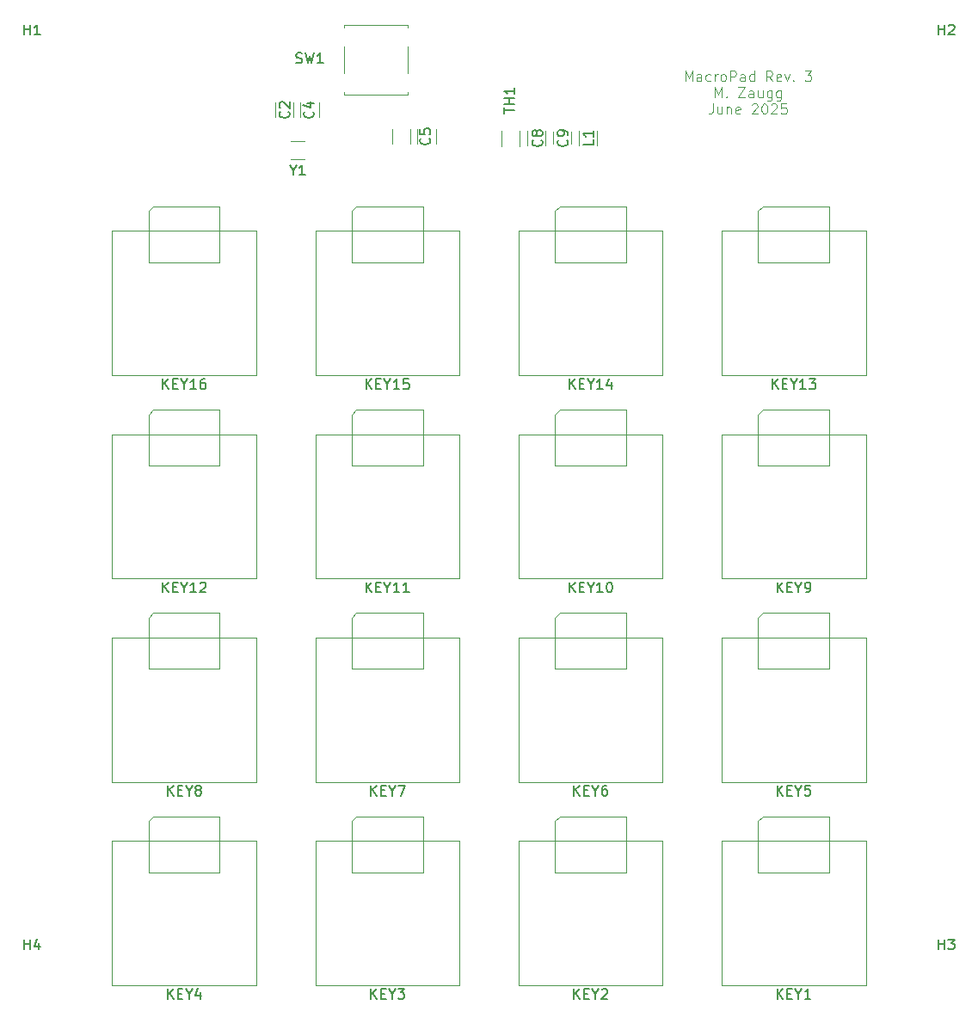
<source format=gbr>
%TF.GenerationSoftware,KiCad,Pcbnew,9.0.2*%
%TF.CreationDate,2025-06-23T15:12:22-04:00*%
%TF.ProjectId,MacroPad,4d616372-6f50-4616-942e-6b696361645f,rev?*%
%TF.SameCoordinates,Original*%
%TF.FileFunction,Legend,Top*%
%TF.FilePolarity,Positive*%
%FSLAX46Y46*%
G04 Gerber Fmt 4.6, Leading zero omitted, Abs format (unit mm)*
G04 Created by KiCad (PCBNEW 9.0.2) date 2025-06-23 15:12:22*
%MOMM*%
%LPD*%
G01*
G04 APERTURE LIST*
%ADD10C,0.100000*%
%ADD11C,0.150000*%
%ADD12C,0.120000*%
G04 APERTURE END LIST*
D10*
X129333333Y-51652531D02*
X129333333Y-50652531D01*
X129333333Y-50652531D02*
X129666666Y-51366816D01*
X129666666Y-51366816D02*
X129999999Y-50652531D01*
X129999999Y-50652531D02*
X129999999Y-51652531D01*
X130904761Y-51652531D02*
X130904761Y-51128721D01*
X130904761Y-51128721D02*
X130857142Y-51033483D01*
X130857142Y-51033483D02*
X130761904Y-50985864D01*
X130761904Y-50985864D02*
X130571428Y-50985864D01*
X130571428Y-50985864D02*
X130476190Y-51033483D01*
X130904761Y-51604912D02*
X130809523Y-51652531D01*
X130809523Y-51652531D02*
X130571428Y-51652531D01*
X130571428Y-51652531D02*
X130476190Y-51604912D01*
X130476190Y-51604912D02*
X130428571Y-51509673D01*
X130428571Y-51509673D02*
X130428571Y-51414435D01*
X130428571Y-51414435D02*
X130476190Y-51319197D01*
X130476190Y-51319197D02*
X130571428Y-51271578D01*
X130571428Y-51271578D02*
X130809523Y-51271578D01*
X130809523Y-51271578D02*
X130904761Y-51223959D01*
X131809523Y-51604912D02*
X131714285Y-51652531D01*
X131714285Y-51652531D02*
X131523809Y-51652531D01*
X131523809Y-51652531D02*
X131428571Y-51604912D01*
X131428571Y-51604912D02*
X131380952Y-51557292D01*
X131380952Y-51557292D02*
X131333333Y-51462054D01*
X131333333Y-51462054D02*
X131333333Y-51176340D01*
X131333333Y-51176340D02*
X131380952Y-51081102D01*
X131380952Y-51081102D02*
X131428571Y-51033483D01*
X131428571Y-51033483D02*
X131523809Y-50985864D01*
X131523809Y-50985864D02*
X131714285Y-50985864D01*
X131714285Y-50985864D02*
X131809523Y-51033483D01*
X132238095Y-51652531D02*
X132238095Y-50985864D01*
X132238095Y-51176340D02*
X132285714Y-51081102D01*
X132285714Y-51081102D02*
X132333333Y-51033483D01*
X132333333Y-51033483D02*
X132428571Y-50985864D01*
X132428571Y-50985864D02*
X132523809Y-50985864D01*
X133000000Y-51652531D02*
X132904762Y-51604912D01*
X132904762Y-51604912D02*
X132857143Y-51557292D01*
X132857143Y-51557292D02*
X132809524Y-51462054D01*
X132809524Y-51462054D02*
X132809524Y-51176340D01*
X132809524Y-51176340D02*
X132857143Y-51081102D01*
X132857143Y-51081102D02*
X132904762Y-51033483D01*
X132904762Y-51033483D02*
X133000000Y-50985864D01*
X133000000Y-50985864D02*
X133142857Y-50985864D01*
X133142857Y-50985864D02*
X133238095Y-51033483D01*
X133238095Y-51033483D02*
X133285714Y-51081102D01*
X133285714Y-51081102D02*
X133333333Y-51176340D01*
X133333333Y-51176340D02*
X133333333Y-51462054D01*
X133333333Y-51462054D02*
X133285714Y-51557292D01*
X133285714Y-51557292D02*
X133238095Y-51604912D01*
X133238095Y-51604912D02*
X133142857Y-51652531D01*
X133142857Y-51652531D02*
X133000000Y-51652531D01*
X133761905Y-51652531D02*
X133761905Y-50652531D01*
X133761905Y-50652531D02*
X134142857Y-50652531D01*
X134142857Y-50652531D02*
X134238095Y-50700150D01*
X134238095Y-50700150D02*
X134285714Y-50747769D01*
X134285714Y-50747769D02*
X134333333Y-50843007D01*
X134333333Y-50843007D02*
X134333333Y-50985864D01*
X134333333Y-50985864D02*
X134285714Y-51081102D01*
X134285714Y-51081102D02*
X134238095Y-51128721D01*
X134238095Y-51128721D02*
X134142857Y-51176340D01*
X134142857Y-51176340D02*
X133761905Y-51176340D01*
X135190476Y-51652531D02*
X135190476Y-51128721D01*
X135190476Y-51128721D02*
X135142857Y-51033483D01*
X135142857Y-51033483D02*
X135047619Y-50985864D01*
X135047619Y-50985864D02*
X134857143Y-50985864D01*
X134857143Y-50985864D02*
X134761905Y-51033483D01*
X135190476Y-51604912D02*
X135095238Y-51652531D01*
X135095238Y-51652531D02*
X134857143Y-51652531D01*
X134857143Y-51652531D02*
X134761905Y-51604912D01*
X134761905Y-51604912D02*
X134714286Y-51509673D01*
X134714286Y-51509673D02*
X134714286Y-51414435D01*
X134714286Y-51414435D02*
X134761905Y-51319197D01*
X134761905Y-51319197D02*
X134857143Y-51271578D01*
X134857143Y-51271578D02*
X135095238Y-51271578D01*
X135095238Y-51271578D02*
X135190476Y-51223959D01*
X136095238Y-51652531D02*
X136095238Y-50652531D01*
X136095238Y-51604912D02*
X136000000Y-51652531D01*
X136000000Y-51652531D02*
X135809524Y-51652531D01*
X135809524Y-51652531D02*
X135714286Y-51604912D01*
X135714286Y-51604912D02*
X135666667Y-51557292D01*
X135666667Y-51557292D02*
X135619048Y-51462054D01*
X135619048Y-51462054D02*
X135619048Y-51176340D01*
X135619048Y-51176340D02*
X135666667Y-51081102D01*
X135666667Y-51081102D02*
X135714286Y-51033483D01*
X135714286Y-51033483D02*
X135809524Y-50985864D01*
X135809524Y-50985864D02*
X136000000Y-50985864D01*
X136000000Y-50985864D02*
X136095238Y-51033483D01*
X137904762Y-51652531D02*
X137571429Y-51176340D01*
X137333334Y-51652531D02*
X137333334Y-50652531D01*
X137333334Y-50652531D02*
X137714286Y-50652531D01*
X137714286Y-50652531D02*
X137809524Y-50700150D01*
X137809524Y-50700150D02*
X137857143Y-50747769D01*
X137857143Y-50747769D02*
X137904762Y-50843007D01*
X137904762Y-50843007D02*
X137904762Y-50985864D01*
X137904762Y-50985864D02*
X137857143Y-51081102D01*
X137857143Y-51081102D02*
X137809524Y-51128721D01*
X137809524Y-51128721D02*
X137714286Y-51176340D01*
X137714286Y-51176340D02*
X137333334Y-51176340D01*
X138714286Y-51604912D02*
X138619048Y-51652531D01*
X138619048Y-51652531D02*
X138428572Y-51652531D01*
X138428572Y-51652531D02*
X138333334Y-51604912D01*
X138333334Y-51604912D02*
X138285715Y-51509673D01*
X138285715Y-51509673D02*
X138285715Y-51128721D01*
X138285715Y-51128721D02*
X138333334Y-51033483D01*
X138333334Y-51033483D02*
X138428572Y-50985864D01*
X138428572Y-50985864D02*
X138619048Y-50985864D01*
X138619048Y-50985864D02*
X138714286Y-51033483D01*
X138714286Y-51033483D02*
X138761905Y-51128721D01*
X138761905Y-51128721D02*
X138761905Y-51223959D01*
X138761905Y-51223959D02*
X138285715Y-51319197D01*
X139095239Y-50985864D02*
X139333334Y-51652531D01*
X139333334Y-51652531D02*
X139571429Y-50985864D01*
X139952382Y-51557292D02*
X140000001Y-51604912D01*
X140000001Y-51604912D02*
X139952382Y-51652531D01*
X139952382Y-51652531D02*
X139904763Y-51604912D01*
X139904763Y-51604912D02*
X139952382Y-51557292D01*
X139952382Y-51557292D02*
X139952382Y-51652531D01*
X141095239Y-50652531D02*
X141714286Y-50652531D01*
X141714286Y-50652531D02*
X141380953Y-51033483D01*
X141380953Y-51033483D02*
X141523810Y-51033483D01*
X141523810Y-51033483D02*
X141619048Y-51081102D01*
X141619048Y-51081102D02*
X141666667Y-51128721D01*
X141666667Y-51128721D02*
X141714286Y-51223959D01*
X141714286Y-51223959D02*
X141714286Y-51462054D01*
X141714286Y-51462054D02*
X141666667Y-51557292D01*
X141666667Y-51557292D02*
X141619048Y-51604912D01*
X141619048Y-51604912D02*
X141523810Y-51652531D01*
X141523810Y-51652531D02*
X141238096Y-51652531D01*
X141238096Y-51652531D02*
X141142858Y-51604912D01*
X141142858Y-51604912D02*
X141095239Y-51557292D01*
X132261905Y-53262475D02*
X132261905Y-52262475D01*
X132261905Y-52262475D02*
X132595238Y-52976760D01*
X132595238Y-52976760D02*
X132928571Y-52262475D01*
X132928571Y-52262475D02*
X132928571Y-53262475D01*
X133404762Y-53167236D02*
X133452381Y-53214856D01*
X133452381Y-53214856D02*
X133404762Y-53262475D01*
X133404762Y-53262475D02*
X133357143Y-53214856D01*
X133357143Y-53214856D02*
X133404762Y-53167236D01*
X133404762Y-53167236D02*
X133404762Y-53262475D01*
X134547619Y-52262475D02*
X135214285Y-52262475D01*
X135214285Y-52262475D02*
X134547619Y-53262475D01*
X134547619Y-53262475D02*
X135214285Y-53262475D01*
X136023809Y-53262475D02*
X136023809Y-52738665D01*
X136023809Y-52738665D02*
X135976190Y-52643427D01*
X135976190Y-52643427D02*
X135880952Y-52595808D01*
X135880952Y-52595808D02*
X135690476Y-52595808D01*
X135690476Y-52595808D02*
X135595238Y-52643427D01*
X136023809Y-53214856D02*
X135928571Y-53262475D01*
X135928571Y-53262475D02*
X135690476Y-53262475D01*
X135690476Y-53262475D02*
X135595238Y-53214856D01*
X135595238Y-53214856D02*
X135547619Y-53119617D01*
X135547619Y-53119617D02*
X135547619Y-53024379D01*
X135547619Y-53024379D02*
X135595238Y-52929141D01*
X135595238Y-52929141D02*
X135690476Y-52881522D01*
X135690476Y-52881522D02*
X135928571Y-52881522D01*
X135928571Y-52881522D02*
X136023809Y-52833903D01*
X136928571Y-52595808D02*
X136928571Y-53262475D01*
X136500000Y-52595808D02*
X136500000Y-53119617D01*
X136500000Y-53119617D02*
X136547619Y-53214856D01*
X136547619Y-53214856D02*
X136642857Y-53262475D01*
X136642857Y-53262475D02*
X136785714Y-53262475D01*
X136785714Y-53262475D02*
X136880952Y-53214856D01*
X136880952Y-53214856D02*
X136928571Y-53167236D01*
X137833333Y-52595808D02*
X137833333Y-53405332D01*
X137833333Y-53405332D02*
X137785714Y-53500570D01*
X137785714Y-53500570D02*
X137738095Y-53548189D01*
X137738095Y-53548189D02*
X137642857Y-53595808D01*
X137642857Y-53595808D02*
X137500000Y-53595808D01*
X137500000Y-53595808D02*
X137404762Y-53548189D01*
X137833333Y-53214856D02*
X137738095Y-53262475D01*
X137738095Y-53262475D02*
X137547619Y-53262475D01*
X137547619Y-53262475D02*
X137452381Y-53214856D01*
X137452381Y-53214856D02*
X137404762Y-53167236D01*
X137404762Y-53167236D02*
X137357143Y-53071998D01*
X137357143Y-53071998D02*
X137357143Y-52786284D01*
X137357143Y-52786284D02*
X137404762Y-52691046D01*
X137404762Y-52691046D02*
X137452381Y-52643427D01*
X137452381Y-52643427D02*
X137547619Y-52595808D01*
X137547619Y-52595808D02*
X137738095Y-52595808D01*
X137738095Y-52595808D02*
X137833333Y-52643427D01*
X138738095Y-52595808D02*
X138738095Y-53405332D01*
X138738095Y-53405332D02*
X138690476Y-53500570D01*
X138690476Y-53500570D02*
X138642857Y-53548189D01*
X138642857Y-53548189D02*
X138547619Y-53595808D01*
X138547619Y-53595808D02*
X138404762Y-53595808D01*
X138404762Y-53595808D02*
X138309524Y-53548189D01*
X138738095Y-53214856D02*
X138642857Y-53262475D01*
X138642857Y-53262475D02*
X138452381Y-53262475D01*
X138452381Y-53262475D02*
X138357143Y-53214856D01*
X138357143Y-53214856D02*
X138309524Y-53167236D01*
X138309524Y-53167236D02*
X138261905Y-53071998D01*
X138261905Y-53071998D02*
X138261905Y-52786284D01*
X138261905Y-52786284D02*
X138309524Y-52691046D01*
X138309524Y-52691046D02*
X138357143Y-52643427D01*
X138357143Y-52643427D02*
X138452381Y-52595808D01*
X138452381Y-52595808D02*
X138642857Y-52595808D01*
X138642857Y-52595808D02*
X138738095Y-52643427D01*
X132023809Y-53872419D02*
X132023809Y-54586704D01*
X132023809Y-54586704D02*
X131976190Y-54729561D01*
X131976190Y-54729561D02*
X131880952Y-54824800D01*
X131880952Y-54824800D02*
X131738095Y-54872419D01*
X131738095Y-54872419D02*
X131642857Y-54872419D01*
X132928571Y-54205752D02*
X132928571Y-54872419D01*
X132500000Y-54205752D02*
X132500000Y-54729561D01*
X132500000Y-54729561D02*
X132547619Y-54824800D01*
X132547619Y-54824800D02*
X132642857Y-54872419D01*
X132642857Y-54872419D02*
X132785714Y-54872419D01*
X132785714Y-54872419D02*
X132880952Y-54824800D01*
X132880952Y-54824800D02*
X132928571Y-54777180D01*
X133404762Y-54205752D02*
X133404762Y-54872419D01*
X133404762Y-54300990D02*
X133452381Y-54253371D01*
X133452381Y-54253371D02*
X133547619Y-54205752D01*
X133547619Y-54205752D02*
X133690476Y-54205752D01*
X133690476Y-54205752D02*
X133785714Y-54253371D01*
X133785714Y-54253371D02*
X133833333Y-54348609D01*
X133833333Y-54348609D02*
X133833333Y-54872419D01*
X134690476Y-54824800D02*
X134595238Y-54872419D01*
X134595238Y-54872419D02*
X134404762Y-54872419D01*
X134404762Y-54872419D02*
X134309524Y-54824800D01*
X134309524Y-54824800D02*
X134261905Y-54729561D01*
X134261905Y-54729561D02*
X134261905Y-54348609D01*
X134261905Y-54348609D02*
X134309524Y-54253371D01*
X134309524Y-54253371D02*
X134404762Y-54205752D01*
X134404762Y-54205752D02*
X134595238Y-54205752D01*
X134595238Y-54205752D02*
X134690476Y-54253371D01*
X134690476Y-54253371D02*
X134738095Y-54348609D01*
X134738095Y-54348609D02*
X134738095Y-54443847D01*
X134738095Y-54443847D02*
X134261905Y-54539085D01*
X135880953Y-53967657D02*
X135928572Y-53920038D01*
X135928572Y-53920038D02*
X136023810Y-53872419D01*
X136023810Y-53872419D02*
X136261905Y-53872419D01*
X136261905Y-53872419D02*
X136357143Y-53920038D01*
X136357143Y-53920038D02*
X136404762Y-53967657D01*
X136404762Y-53967657D02*
X136452381Y-54062895D01*
X136452381Y-54062895D02*
X136452381Y-54158133D01*
X136452381Y-54158133D02*
X136404762Y-54300990D01*
X136404762Y-54300990D02*
X135833334Y-54872419D01*
X135833334Y-54872419D02*
X136452381Y-54872419D01*
X137071429Y-53872419D02*
X137166667Y-53872419D01*
X137166667Y-53872419D02*
X137261905Y-53920038D01*
X137261905Y-53920038D02*
X137309524Y-53967657D01*
X137309524Y-53967657D02*
X137357143Y-54062895D01*
X137357143Y-54062895D02*
X137404762Y-54253371D01*
X137404762Y-54253371D02*
X137404762Y-54491466D01*
X137404762Y-54491466D02*
X137357143Y-54681942D01*
X137357143Y-54681942D02*
X137309524Y-54777180D01*
X137309524Y-54777180D02*
X137261905Y-54824800D01*
X137261905Y-54824800D02*
X137166667Y-54872419D01*
X137166667Y-54872419D02*
X137071429Y-54872419D01*
X137071429Y-54872419D02*
X136976191Y-54824800D01*
X136976191Y-54824800D02*
X136928572Y-54777180D01*
X136928572Y-54777180D02*
X136880953Y-54681942D01*
X136880953Y-54681942D02*
X136833334Y-54491466D01*
X136833334Y-54491466D02*
X136833334Y-54253371D01*
X136833334Y-54253371D02*
X136880953Y-54062895D01*
X136880953Y-54062895D02*
X136928572Y-53967657D01*
X136928572Y-53967657D02*
X136976191Y-53920038D01*
X136976191Y-53920038D02*
X137071429Y-53872419D01*
X137785715Y-53967657D02*
X137833334Y-53920038D01*
X137833334Y-53920038D02*
X137928572Y-53872419D01*
X137928572Y-53872419D02*
X138166667Y-53872419D01*
X138166667Y-53872419D02*
X138261905Y-53920038D01*
X138261905Y-53920038D02*
X138309524Y-53967657D01*
X138309524Y-53967657D02*
X138357143Y-54062895D01*
X138357143Y-54062895D02*
X138357143Y-54158133D01*
X138357143Y-54158133D02*
X138309524Y-54300990D01*
X138309524Y-54300990D02*
X137738096Y-54872419D01*
X137738096Y-54872419D02*
X138357143Y-54872419D01*
X139261905Y-53872419D02*
X138785715Y-53872419D01*
X138785715Y-53872419D02*
X138738096Y-54348609D01*
X138738096Y-54348609D02*
X138785715Y-54300990D01*
X138785715Y-54300990D02*
X138880953Y-54253371D01*
X138880953Y-54253371D02*
X139119048Y-54253371D01*
X139119048Y-54253371D02*
X139214286Y-54300990D01*
X139214286Y-54300990D02*
X139261905Y-54348609D01*
X139261905Y-54348609D02*
X139309524Y-54443847D01*
X139309524Y-54443847D02*
X139309524Y-54681942D01*
X139309524Y-54681942D02*
X139261905Y-54777180D01*
X139261905Y-54777180D02*
X139214286Y-54824800D01*
X139214286Y-54824800D02*
X139119048Y-54872419D01*
X139119048Y-54872419D02*
X138880953Y-54872419D01*
X138880953Y-54872419D02*
X138785715Y-54824800D01*
X138785715Y-54824800D02*
X138738096Y-54777180D01*
D11*
X104119580Y-57281166D02*
X104167200Y-57328785D01*
X104167200Y-57328785D02*
X104214819Y-57471642D01*
X104214819Y-57471642D02*
X104214819Y-57566880D01*
X104214819Y-57566880D02*
X104167200Y-57709737D01*
X104167200Y-57709737D02*
X104071961Y-57804975D01*
X104071961Y-57804975D02*
X103976723Y-57852594D01*
X103976723Y-57852594D02*
X103786247Y-57900213D01*
X103786247Y-57900213D02*
X103643390Y-57900213D01*
X103643390Y-57900213D02*
X103452914Y-57852594D01*
X103452914Y-57852594D02*
X103357676Y-57804975D01*
X103357676Y-57804975D02*
X103262438Y-57709737D01*
X103262438Y-57709737D02*
X103214819Y-57566880D01*
X103214819Y-57566880D02*
X103214819Y-57471642D01*
X103214819Y-57471642D02*
X103262438Y-57328785D01*
X103262438Y-57328785D02*
X103310057Y-57281166D01*
X103214819Y-56376404D02*
X103214819Y-56852594D01*
X103214819Y-56852594D02*
X103691009Y-56900213D01*
X103691009Y-56900213D02*
X103643390Y-56852594D01*
X103643390Y-56852594D02*
X103595771Y-56757356D01*
X103595771Y-56757356D02*
X103595771Y-56519261D01*
X103595771Y-56519261D02*
X103643390Y-56424023D01*
X103643390Y-56424023D02*
X103691009Y-56376404D01*
X103691009Y-56376404D02*
X103786247Y-56328785D01*
X103786247Y-56328785D02*
X104024342Y-56328785D01*
X104024342Y-56328785D02*
X104119580Y-56376404D01*
X104119580Y-56376404D02*
X104167200Y-56424023D01*
X104167200Y-56424023D02*
X104214819Y-56519261D01*
X104214819Y-56519261D02*
X104214819Y-56757356D01*
X104214819Y-56757356D02*
X104167200Y-56852594D01*
X104167200Y-56852594D02*
X104119580Y-56900213D01*
X78380952Y-121954819D02*
X78380952Y-120954819D01*
X78952380Y-121954819D02*
X78523809Y-121383390D01*
X78952380Y-120954819D02*
X78380952Y-121526247D01*
X79380952Y-121431009D02*
X79714285Y-121431009D01*
X79857142Y-121954819D02*
X79380952Y-121954819D01*
X79380952Y-121954819D02*
X79380952Y-120954819D01*
X79380952Y-120954819D02*
X79857142Y-120954819D01*
X80476190Y-121478628D02*
X80476190Y-121954819D01*
X80142857Y-120954819D02*
X80476190Y-121478628D01*
X80476190Y-121478628D02*
X80809523Y-120954819D01*
X81285714Y-121383390D02*
X81190476Y-121335771D01*
X81190476Y-121335771D02*
X81142857Y-121288152D01*
X81142857Y-121288152D02*
X81095238Y-121192914D01*
X81095238Y-121192914D02*
X81095238Y-121145295D01*
X81095238Y-121145295D02*
X81142857Y-121050057D01*
X81142857Y-121050057D02*
X81190476Y-121002438D01*
X81190476Y-121002438D02*
X81285714Y-120954819D01*
X81285714Y-120954819D02*
X81476190Y-120954819D01*
X81476190Y-120954819D02*
X81571428Y-121002438D01*
X81571428Y-121002438D02*
X81619047Y-121050057D01*
X81619047Y-121050057D02*
X81666666Y-121145295D01*
X81666666Y-121145295D02*
X81666666Y-121192914D01*
X81666666Y-121192914D02*
X81619047Y-121288152D01*
X81619047Y-121288152D02*
X81571428Y-121335771D01*
X81571428Y-121335771D02*
X81476190Y-121383390D01*
X81476190Y-121383390D02*
X81285714Y-121383390D01*
X81285714Y-121383390D02*
X81190476Y-121431009D01*
X81190476Y-121431009D02*
X81142857Y-121478628D01*
X81142857Y-121478628D02*
X81095238Y-121573866D01*
X81095238Y-121573866D02*
X81095238Y-121764342D01*
X81095238Y-121764342D02*
X81142857Y-121859580D01*
X81142857Y-121859580D02*
X81190476Y-121907200D01*
X81190476Y-121907200D02*
X81285714Y-121954819D01*
X81285714Y-121954819D02*
X81476190Y-121954819D01*
X81476190Y-121954819D02*
X81571428Y-121907200D01*
X81571428Y-121907200D02*
X81619047Y-121859580D01*
X81619047Y-121859580D02*
X81666666Y-121764342D01*
X81666666Y-121764342D02*
X81666666Y-121573866D01*
X81666666Y-121573866D02*
X81619047Y-121478628D01*
X81619047Y-121478628D02*
X81571428Y-121431009D01*
X81571428Y-121431009D02*
X81476190Y-121383390D01*
X117904762Y-101954819D02*
X117904762Y-100954819D01*
X118476190Y-101954819D02*
X118047619Y-101383390D01*
X118476190Y-100954819D02*
X117904762Y-101526247D01*
X118904762Y-101431009D02*
X119238095Y-101431009D01*
X119380952Y-101954819D02*
X118904762Y-101954819D01*
X118904762Y-101954819D02*
X118904762Y-100954819D01*
X118904762Y-100954819D02*
X119380952Y-100954819D01*
X120000000Y-101478628D02*
X120000000Y-101954819D01*
X119666667Y-100954819D02*
X120000000Y-101478628D01*
X120000000Y-101478628D02*
X120333333Y-100954819D01*
X121190476Y-101954819D02*
X120619048Y-101954819D01*
X120904762Y-101954819D02*
X120904762Y-100954819D01*
X120904762Y-100954819D02*
X120809524Y-101097676D01*
X120809524Y-101097676D02*
X120714286Y-101192914D01*
X120714286Y-101192914D02*
X120619048Y-101240533D01*
X121809524Y-100954819D02*
X121904762Y-100954819D01*
X121904762Y-100954819D02*
X122000000Y-101002438D01*
X122000000Y-101002438D02*
X122047619Y-101050057D01*
X122047619Y-101050057D02*
X122095238Y-101145295D01*
X122095238Y-101145295D02*
X122142857Y-101335771D01*
X122142857Y-101335771D02*
X122142857Y-101573866D01*
X122142857Y-101573866D02*
X122095238Y-101764342D01*
X122095238Y-101764342D02*
X122047619Y-101859580D01*
X122047619Y-101859580D02*
X122000000Y-101907200D01*
X122000000Y-101907200D02*
X121904762Y-101954819D01*
X121904762Y-101954819D02*
X121809524Y-101954819D01*
X121809524Y-101954819D02*
X121714286Y-101907200D01*
X121714286Y-101907200D02*
X121666667Y-101859580D01*
X121666667Y-101859580D02*
X121619048Y-101764342D01*
X121619048Y-101764342D02*
X121571429Y-101573866D01*
X121571429Y-101573866D02*
X121571429Y-101335771D01*
X121571429Y-101335771D02*
X121619048Y-101145295D01*
X121619048Y-101145295D02*
X121666667Y-101050057D01*
X121666667Y-101050057D02*
X121714286Y-101002438D01*
X121714286Y-101002438D02*
X121809524Y-100954819D01*
X91025667Y-49836200D02*
X91168524Y-49883819D01*
X91168524Y-49883819D02*
X91406619Y-49883819D01*
X91406619Y-49883819D02*
X91501857Y-49836200D01*
X91501857Y-49836200D02*
X91549476Y-49788580D01*
X91549476Y-49788580D02*
X91597095Y-49693342D01*
X91597095Y-49693342D02*
X91597095Y-49598104D01*
X91597095Y-49598104D02*
X91549476Y-49502866D01*
X91549476Y-49502866D02*
X91501857Y-49455247D01*
X91501857Y-49455247D02*
X91406619Y-49407628D01*
X91406619Y-49407628D02*
X91216143Y-49360009D01*
X91216143Y-49360009D02*
X91120905Y-49312390D01*
X91120905Y-49312390D02*
X91073286Y-49264771D01*
X91073286Y-49264771D02*
X91025667Y-49169533D01*
X91025667Y-49169533D02*
X91025667Y-49074295D01*
X91025667Y-49074295D02*
X91073286Y-48979057D01*
X91073286Y-48979057D02*
X91120905Y-48931438D01*
X91120905Y-48931438D02*
X91216143Y-48883819D01*
X91216143Y-48883819D02*
X91454238Y-48883819D01*
X91454238Y-48883819D02*
X91597095Y-48931438D01*
X91930429Y-48883819D02*
X92168524Y-49883819D01*
X92168524Y-49883819D02*
X92359000Y-49169533D01*
X92359000Y-49169533D02*
X92549476Y-49883819D01*
X92549476Y-49883819D02*
X92787572Y-48883819D01*
X93692333Y-49883819D02*
X93120905Y-49883819D01*
X93406619Y-49883819D02*
X93406619Y-48883819D01*
X93406619Y-48883819D02*
X93311381Y-49026676D01*
X93311381Y-49026676D02*
X93216143Y-49121914D01*
X93216143Y-49121914D02*
X93120905Y-49169533D01*
X118380952Y-141954819D02*
X118380952Y-140954819D01*
X118952380Y-141954819D02*
X118523809Y-141383390D01*
X118952380Y-140954819D02*
X118380952Y-141526247D01*
X119380952Y-141431009D02*
X119714285Y-141431009D01*
X119857142Y-141954819D02*
X119380952Y-141954819D01*
X119380952Y-141954819D02*
X119380952Y-140954819D01*
X119380952Y-140954819D02*
X119857142Y-140954819D01*
X120476190Y-141478628D02*
X120476190Y-141954819D01*
X120142857Y-140954819D02*
X120476190Y-141478628D01*
X120476190Y-141478628D02*
X120809523Y-140954819D01*
X121095238Y-141050057D02*
X121142857Y-141002438D01*
X121142857Y-141002438D02*
X121238095Y-140954819D01*
X121238095Y-140954819D02*
X121476190Y-140954819D01*
X121476190Y-140954819D02*
X121571428Y-141002438D01*
X121571428Y-141002438D02*
X121619047Y-141050057D01*
X121619047Y-141050057D02*
X121666666Y-141145295D01*
X121666666Y-141145295D02*
X121666666Y-141240533D01*
X121666666Y-141240533D02*
X121619047Y-141383390D01*
X121619047Y-141383390D02*
X121047619Y-141954819D01*
X121047619Y-141954819D02*
X121666666Y-141954819D01*
X138380952Y-141954819D02*
X138380952Y-140954819D01*
X138952380Y-141954819D02*
X138523809Y-141383390D01*
X138952380Y-140954819D02*
X138380952Y-141526247D01*
X139380952Y-141431009D02*
X139714285Y-141431009D01*
X139857142Y-141954819D02*
X139380952Y-141954819D01*
X139380952Y-141954819D02*
X139380952Y-140954819D01*
X139380952Y-140954819D02*
X139857142Y-140954819D01*
X140476190Y-141478628D02*
X140476190Y-141954819D01*
X140142857Y-140954819D02*
X140476190Y-141478628D01*
X140476190Y-141478628D02*
X140809523Y-140954819D01*
X141666666Y-141954819D02*
X141095238Y-141954819D01*
X141380952Y-141954819D02*
X141380952Y-140954819D01*
X141380952Y-140954819D02*
X141285714Y-141097676D01*
X141285714Y-141097676D02*
X141190476Y-141192914D01*
X141190476Y-141192914D02*
X141095238Y-141240533D01*
X98380952Y-141954819D02*
X98380952Y-140954819D01*
X98952380Y-141954819D02*
X98523809Y-141383390D01*
X98952380Y-140954819D02*
X98380952Y-141526247D01*
X99380952Y-141431009D02*
X99714285Y-141431009D01*
X99857142Y-141954819D02*
X99380952Y-141954819D01*
X99380952Y-141954819D02*
X99380952Y-140954819D01*
X99380952Y-140954819D02*
X99857142Y-140954819D01*
X100476190Y-141478628D02*
X100476190Y-141954819D01*
X100142857Y-140954819D02*
X100476190Y-141478628D01*
X100476190Y-141478628D02*
X100809523Y-140954819D01*
X101047619Y-140954819D02*
X101666666Y-140954819D01*
X101666666Y-140954819D02*
X101333333Y-141335771D01*
X101333333Y-141335771D02*
X101476190Y-141335771D01*
X101476190Y-141335771D02*
X101571428Y-141383390D01*
X101571428Y-141383390D02*
X101619047Y-141431009D01*
X101619047Y-141431009D02*
X101666666Y-141526247D01*
X101666666Y-141526247D02*
X101666666Y-141764342D01*
X101666666Y-141764342D02*
X101619047Y-141859580D01*
X101619047Y-141859580D02*
X101571428Y-141907200D01*
X101571428Y-141907200D02*
X101476190Y-141954819D01*
X101476190Y-141954819D02*
X101190476Y-141954819D01*
X101190476Y-141954819D02*
X101095238Y-141907200D01*
X101095238Y-141907200D02*
X101047619Y-141859580D01*
X98380952Y-121954819D02*
X98380952Y-120954819D01*
X98952380Y-121954819D02*
X98523809Y-121383390D01*
X98952380Y-120954819D02*
X98380952Y-121526247D01*
X99380952Y-121431009D02*
X99714285Y-121431009D01*
X99857142Y-121954819D02*
X99380952Y-121954819D01*
X99380952Y-121954819D02*
X99380952Y-120954819D01*
X99380952Y-120954819D02*
X99857142Y-120954819D01*
X100476190Y-121478628D02*
X100476190Y-121954819D01*
X100142857Y-120954819D02*
X100476190Y-121478628D01*
X100476190Y-121478628D02*
X100809523Y-120954819D01*
X101047619Y-120954819D02*
X101714285Y-120954819D01*
X101714285Y-120954819D02*
X101285714Y-121954819D01*
X77904762Y-101954819D02*
X77904762Y-100954819D01*
X78476190Y-101954819D02*
X78047619Y-101383390D01*
X78476190Y-100954819D02*
X77904762Y-101526247D01*
X78904762Y-101431009D02*
X79238095Y-101431009D01*
X79380952Y-101954819D02*
X78904762Y-101954819D01*
X78904762Y-101954819D02*
X78904762Y-100954819D01*
X78904762Y-100954819D02*
X79380952Y-100954819D01*
X80000000Y-101478628D02*
X80000000Y-101954819D01*
X79666667Y-100954819D02*
X80000000Y-101478628D01*
X80000000Y-101478628D02*
X80333333Y-100954819D01*
X81190476Y-101954819D02*
X80619048Y-101954819D01*
X80904762Y-101954819D02*
X80904762Y-100954819D01*
X80904762Y-100954819D02*
X80809524Y-101097676D01*
X80809524Y-101097676D02*
X80714286Y-101192914D01*
X80714286Y-101192914D02*
X80619048Y-101240533D01*
X81571429Y-101050057D02*
X81619048Y-101002438D01*
X81619048Y-101002438D02*
X81714286Y-100954819D01*
X81714286Y-100954819D02*
X81952381Y-100954819D01*
X81952381Y-100954819D02*
X82047619Y-101002438D01*
X82047619Y-101002438D02*
X82095238Y-101050057D01*
X82095238Y-101050057D02*
X82142857Y-101145295D01*
X82142857Y-101145295D02*
X82142857Y-101240533D01*
X82142857Y-101240533D02*
X82095238Y-101383390D01*
X82095238Y-101383390D02*
X81523810Y-101954819D01*
X81523810Y-101954819D02*
X82142857Y-101954819D01*
X137904762Y-81954819D02*
X137904762Y-80954819D01*
X138476190Y-81954819D02*
X138047619Y-81383390D01*
X138476190Y-80954819D02*
X137904762Y-81526247D01*
X138904762Y-81431009D02*
X139238095Y-81431009D01*
X139380952Y-81954819D02*
X138904762Y-81954819D01*
X138904762Y-81954819D02*
X138904762Y-80954819D01*
X138904762Y-80954819D02*
X139380952Y-80954819D01*
X140000000Y-81478628D02*
X140000000Y-81954819D01*
X139666667Y-80954819D02*
X140000000Y-81478628D01*
X140000000Y-81478628D02*
X140333333Y-80954819D01*
X141190476Y-81954819D02*
X140619048Y-81954819D01*
X140904762Y-81954819D02*
X140904762Y-80954819D01*
X140904762Y-80954819D02*
X140809524Y-81097676D01*
X140809524Y-81097676D02*
X140714286Y-81192914D01*
X140714286Y-81192914D02*
X140619048Y-81240533D01*
X141523810Y-80954819D02*
X142142857Y-80954819D01*
X142142857Y-80954819D02*
X141809524Y-81335771D01*
X141809524Y-81335771D02*
X141952381Y-81335771D01*
X141952381Y-81335771D02*
X142047619Y-81383390D01*
X142047619Y-81383390D02*
X142095238Y-81431009D01*
X142095238Y-81431009D02*
X142142857Y-81526247D01*
X142142857Y-81526247D02*
X142142857Y-81764342D01*
X142142857Y-81764342D02*
X142095238Y-81859580D01*
X142095238Y-81859580D02*
X142047619Y-81907200D01*
X142047619Y-81907200D02*
X141952381Y-81954819D01*
X141952381Y-81954819D02*
X141666667Y-81954819D01*
X141666667Y-81954819D02*
X141571429Y-81907200D01*
X141571429Y-81907200D02*
X141523810Y-81859580D01*
X90711809Y-60421628D02*
X90711809Y-60897819D01*
X90378476Y-59897819D02*
X90711809Y-60421628D01*
X90711809Y-60421628D02*
X91045142Y-59897819D01*
X91902285Y-60897819D02*
X91330857Y-60897819D01*
X91616571Y-60897819D02*
X91616571Y-59897819D01*
X91616571Y-59897819D02*
X91521333Y-60040676D01*
X91521333Y-60040676D02*
X91426095Y-60135914D01*
X91426095Y-60135914D02*
X91330857Y-60183533D01*
X78380952Y-141954819D02*
X78380952Y-140954819D01*
X78952380Y-141954819D02*
X78523809Y-141383390D01*
X78952380Y-140954819D02*
X78380952Y-141526247D01*
X79380952Y-141431009D02*
X79714285Y-141431009D01*
X79857142Y-141954819D02*
X79380952Y-141954819D01*
X79380952Y-141954819D02*
X79380952Y-140954819D01*
X79380952Y-140954819D02*
X79857142Y-140954819D01*
X80476190Y-141478628D02*
X80476190Y-141954819D01*
X80142857Y-140954819D02*
X80476190Y-141478628D01*
X80476190Y-141478628D02*
X80809523Y-140954819D01*
X81571428Y-141288152D02*
X81571428Y-141954819D01*
X81333333Y-140907200D02*
X81095238Y-141621485D01*
X81095238Y-141621485D02*
X81714285Y-141621485D01*
X64238095Y-47104819D02*
X64238095Y-46104819D01*
X64238095Y-46581009D02*
X64809523Y-46581009D01*
X64809523Y-47104819D02*
X64809523Y-46104819D01*
X65809523Y-47104819D02*
X65238095Y-47104819D01*
X65523809Y-47104819D02*
X65523809Y-46104819D01*
X65523809Y-46104819D02*
X65428571Y-46247676D01*
X65428571Y-46247676D02*
X65333333Y-46342914D01*
X65333333Y-46342914D02*
X65238095Y-46390533D01*
X97904762Y-101954819D02*
X97904762Y-100954819D01*
X98476190Y-101954819D02*
X98047619Y-101383390D01*
X98476190Y-100954819D02*
X97904762Y-101526247D01*
X98904762Y-101431009D02*
X99238095Y-101431009D01*
X99380952Y-101954819D02*
X98904762Y-101954819D01*
X98904762Y-101954819D02*
X98904762Y-100954819D01*
X98904762Y-100954819D02*
X99380952Y-100954819D01*
X100000000Y-101478628D02*
X100000000Y-101954819D01*
X99666667Y-100954819D02*
X100000000Y-101478628D01*
X100000000Y-101478628D02*
X100333333Y-100954819D01*
X101190476Y-101954819D02*
X100619048Y-101954819D01*
X100904762Y-101954819D02*
X100904762Y-100954819D01*
X100904762Y-100954819D02*
X100809524Y-101097676D01*
X100809524Y-101097676D02*
X100714286Y-101192914D01*
X100714286Y-101192914D02*
X100619048Y-101240533D01*
X102142857Y-101954819D02*
X101571429Y-101954819D01*
X101857143Y-101954819D02*
X101857143Y-100954819D01*
X101857143Y-100954819D02*
X101761905Y-101097676D01*
X101761905Y-101097676D02*
X101666667Y-101192914D01*
X101666667Y-101192914D02*
X101571429Y-101240533D01*
X97904762Y-81954819D02*
X97904762Y-80954819D01*
X98476190Y-81954819D02*
X98047619Y-81383390D01*
X98476190Y-80954819D02*
X97904762Y-81526247D01*
X98904762Y-81431009D02*
X99238095Y-81431009D01*
X99380952Y-81954819D02*
X98904762Y-81954819D01*
X98904762Y-81954819D02*
X98904762Y-80954819D01*
X98904762Y-80954819D02*
X99380952Y-80954819D01*
X100000000Y-81478628D02*
X100000000Y-81954819D01*
X99666667Y-80954819D02*
X100000000Y-81478628D01*
X100000000Y-81478628D02*
X100333333Y-80954819D01*
X101190476Y-81954819D02*
X100619048Y-81954819D01*
X100904762Y-81954819D02*
X100904762Y-80954819D01*
X100904762Y-80954819D02*
X100809524Y-81097676D01*
X100809524Y-81097676D02*
X100714286Y-81192914D01*
X100714286Y-81192914D02*
X100619048Y-81240533D01*
X102095238Y-80954819D02*
X101619048Y-80954819D01*
X101619048Y-80954819D02*
X101571429Y-81431009D01*
X101571429Y-81431009D02*
X101619048Y-81383390D01*
X101619048Y-81383390D02*
X101714286Y-81335771D01*
X101714286Y-81335771D02*
X101952381Y-81335771D01*
X101952381Y-81335771D02*
X102047619Y-81383390D01*
X102047619Y-81383390D02*
X102095238Y-81431009D01*
X102095238Y-81431009D02*
X102142857Y-81526247D01*
X102142857Y-81526247D02*
X102142857Y-81764342D01*
X102142857Y-81764342D02*
X102095238Y-81859580D01*
X102095238Y-81859580D02*
X102047619Y-81907200D01*
X102047619Y-81907200D02*
X101952381Y-81954819D01*
X101952381Y-81954819D02*
X101714286Y-81954819D01*
X101714286Y-81954819D02*
X101619048Y-81907200D01*
X101619048Y-81907200D02*
X101571429Y-81859580D01*
X118380952Y-121954819D02*
X118380952Y-120954819D01*
X118952380Y-121954819D02*
X118523809Y-121383390D01*
X118952380Y-120954819D02*
X118380952Y-121526247D01*
X119380952Y-121431009D02*
X119714285Y-121431009D01*
X119857142Y-121954819D02*
X119380952Y-121954819D01*
X119380952Y-121954819D02*
X119380952Y-120954819D01*
X119380952Y-120954819D02*
X119857142Y-120954819D01*
X120476190Y-121478628D02*
X120476190Y-121954819D01*
X120142857Y-120954819D02*
X120476190Y-121478628D01*
X120476190Y-121478628D02*
X120809523Y-120954819D01*
X121571428Y-120954819D02*
X121380952Y-120954819D01*
X121380952Y-120954819D02*
X121285714Y-121002438D01*
X121285714Y-121002438D02*
X121238095Y-121050057D01*
X121238095Y-121050057D02*
X121142857Y-121192914D01*
X121142857Y-121192914D02*
X121095238Y-121383390D01*
X121095238Y-121383390D02*
X121095238Y-121764342D01*
X121095238Y-121764342D02*
X121142857Y-121859580D01*
X121142857Y-121859580D02*
X121190476Y-121907200D01*
X121190476Y-121907200D02*
X121285714Y-121954819D01*
X121285714Y-121954819D02*
X121476190Y-121954819D01*
X121476190Y-121954819D02*
X121571428Y-121907200D01*
X121571428Y-121907200D02*
X121619047Y-121859580D01*
X121619047Y-121859580D02*
X121666666Y-121764342D01*
X121666666Y-121764342D02*
X121666666Y-121526247D01*
X121666666Y-121526247D02*
X121619047Y-121431009D01*
X121619047Y-121431009D02*
X121571428Y-121383390D01*
X121571428Y-121383390D02*
X121476190Y-121335771D01*
X121476190Y-121335771D02*
X121285714Y-121335771D01*
X121285714Y-121335771D02*
X121190476Y-121383390D01*
X121190476Y-121383390D02*
X121142857Y-121431009D01*
X121142857Y-121431009D02*
X121095238Y-121526247D01*
X154238095Y-137104819D02*
X154238095Y-136104819D01*
X154238095Y-136581009D02*
X154809523Y-136581009D01*
X154809523Y-137104819D02*
X154809523Y-136104819D01*
X155190476Y-136104819D02*
X155809523Y-136104819D01*
X155809523Y-136104819D02*
X155476190Y-136485771D01*
X155476190Y-136485771D02*
X155619047Y-136485771D01*
X155619047Y-136485771D02*
X155714285Y-136533390D01*
X155714285Y-136533390D02*
X155761904Y-136581009D01*
X155761904Y-136581009D02*
X155809523Y-136676247D01*
X155809523Y-136676247D02*
X155809523Y-136914342D01*
X155809523Y-136914342D02*
X155761904Y-137009580D01*
X155761904Y-137009580D02*
X155714285Y-137057200D01*
X155714285Y-137057200D02*
X155619047Y-137104819D01*
X155619047Y-137104819D02*
X155333333Y-137104819D01*
X155333333Y-137104819D02*
X155238095Y-137057200D01*
X155238095Y-137057200D02*
X155190476Y-137009580D01*
X64238095Y-137104819D02*
X64238095Y-136104819D01*
X64238095Y-136581009D02*
X64809523Y-136581009D01*
X64809523Y-137104819D02*
X64809523Y-136104819D01*
X65714285Y-136438152D02*
X65714285Y-137104819D01*
X65476190Y-136057200D02*
X65238095Y-136771485D01*
X65238095Y-136771485D02*
X65857142Y-136771485D01*
X154238095Y-47104819D02*
X154238095Y-46104819D01*
X154238095Y-46581009D02*
X154809523Y-46581009D01*
X154809523Y-47104819D02*
X154809523Y-46104819D01*
X155238095Y-46200057D02*
X155285714Y-46152438D01*
X155285714Y-46152438D02*
X155380952Y-46104819D01*
X155380952Y-46104819D02*
X155619047Y-46104819D01*
X155619047Y-46104819D02*
X155714285Y-46152438D01*
X155714285Y-46152438D02*
X155761904Y-46200057D01*
X155761904Y-46200057D02*
X155809523Y-46295295D01*
X155809523Y-46295295D02*
X155809523Y-46390533D01*
X155809523Y-46390533D02*
X155761904Y-46533390D01*
X155761904Y-46533390D02*
X155190476Y-47104819D01*
X155190476Y-47104819D02*
X155809523Y-47104819D01*
X92664580Y-54656166D02*
X92712200Y-54703785D01*
X92712200Y-54703785D02*
X92759819Y-54846642D01*
X92759819Y-54846642D02*
X92759819Y-54941880D01*
X92759819Y-54941880D02*
X92712200Y-55084737D01*
X92712200Y-55084737D02*
X92616961Y-55179975D01*
X92616961Y-55179975D02*
X92521723Y-55227594D01*
X92521723Y-55227594D02*
X92331247Y-55275213D01*
X92331247Y-55275213D02*
X92188390Y-55275213D01*
X92188390Y-55275213D02*
X91997914Y-55227594D01*
X91997914Y-55227594D02*
X91902676Y-55179975D01*
X91902676Y-55179975D02*
X91807438Y-55084737D01*
X91807438Y-55084737D02*
X91759819Y-54941880D01*
X91759819Y-54941880D02*
X91759819Y-54846642D01*
X91759819Y-54846642D02*
X91807438Y-54703785D01*
X91807438Y-54703785D02*
X91855057Y-54656166D01*
X92093152Y-53799023D02*
X92759819Y-53799023D01*
X91712200Y-54037118D02*
X92426485Y-54275213D01*
X92426485Y-54275213D02*
X92426485Y-53656166D01*
X77904762Y-81954819D02*
X77904762Y-80954819D01*
X78476190Y-81954819D02*
X78047619Y-81383390D01*
X78476190Y-80954819D02*
X77904762Y-81526247D01*
X78904762Y-81431009D02*
X79238095Y-81431009D01*
X79380952Y-81954819D02*
X78904762Y-81954819D01*
X78904762Y-81954819D02*
X78904762Y-80954819D01*
X78904762Y-80954819D02*
X79380952Y-80954819D01*
X80000000Y-81478628D02*
X80000000Y-81954819D01*
X79666667Y-80954819D02*
X80000000Y-81478628D01*
X80000000Y-81478628D02*
X80333333Y-80954819D01*
X81190476Y-81954819D02*
X80619048Y-81954819D01*
X80904762Y-81954819D02*
X80904762Y-80954819D01*
X80904762Y-80954819D02*
X80809524Y-81097676D01*
X80809524Y-81097676D02*
X80714286Y-81192914D01*
X80714286Y-81192914D02*
X80619048Y-81240533D01*
X82047619Y-80954819D02*
X81857143Y-80954819D01*
X81857143Y-80954819D02*
X81761905Y-81002438D01*
X81761905Y-81002438D02*
X81714286Y-81050057D01*
X81714286Y-81050057D02*
X81619048Y-81192914D01*
X81619048Y-81192914D02*
X81571429Y-81383390D01*
X81571429Y-81383390D02*
X81571429Y-81764342D01*
X81571429Y-81764342D02*
X81619048Y-81859580D01*
X81619048Y-81859580D02*
X81666667Y-81907200D01*
X81666667Y-81907200D02*
X81761905Y-81954819D01*
X81761905Y-81954819D02*
X81952381Y-81954819D01*
X81952381Y-81954819D02*
X82047619Y-81907200D01*
X82047619Y-81907200D02*
X82095238Y-81859580D01*
X82095238Y-81859580D02*
X82142857Y-81764342D01*
X82142857Y-81764342D02*
X82142857Y-81526247D01*
X82142857Y-81526247D02*
X82095238Y-81431009D01*
X82095238Y-81431009D02*
X82047619Y-81383390D01*
X82047619Y-81383390D02*
X81952381Y-81335771D01*
X81952381Y-81335771D02*
X81761905Y-81335771D01*
X81761905Y-81335771D02*
X81666667Y-81383390D01*
X81666667Y-81383390D02*
X81619048Y-81431009D01*
X81619048Y-81431009D02*
X81571429Y-81526247D01*
X90272580Y-54656166D02*
X90320200Y-54703785D01*
X90320200Y-54703785D02*
X90367819Y-54846642D01*
X90367819Y-54846642D02*
X90367819Y-54941880D01*
X90367819Y-54941880D02*
X90320200Y-55084737D01*
X90320200Y-55084737D02*
X90224961Y-55179975D01*
X90224961Y-55179975D02*
X90129723Y-55227594D01*
X90129723Y-55227594D02*
X89939247Y-55275213D01*
X89939247Y-55275213D02*
X89796390Y-55275213D01*
X89796390Y-55275213D02*
X89605914Y-55227594D01*
X89605914Y-55227594D02*
X89510676Y-55179975D01*
X89510676Y-55179975D02*
X89415438Y-55084737D01*
X89415438Y-55084737D02*
X89367819Y-54941880D01*
X89367819Y-54941880D02*
X89367819Y-54846642D01*
X89367819Y-54846642D02*
X89415438Y-54703785D01*
X89415438Y-54703785D02*
X89463057Y-54656166D01*
X89463057Y-54275213D02*
X89415438Y-54227594D01*
X89415438Y-54227594D02*
X89367819Y-54132356D01*
X89367819Y-54132356D02*
X89367819Y-53894261D01*
X89367819Y-53894261D02*
X89415438Y-53799023D01*
X89415438Y-53799023D02*
X89463057Y-53751404D01*
X89463057Y-53751404D02*
X89558295Y-53703785D01*
X89558295Y-53703785D02*
X89653533Y-53703785D01*
X89653533Y-53703785D02*
X89796390Y-53751404D01*
X89796390Y-53751404D02*
X90367819Y-54322832D01*
X90367819Y-54322832D02*
X90367819Y-53703785D01*
X138380952Y-101954819D02*
X138380952Y-100954819D01*
X138952380Y-101954819D02*
X138523809Y-101383390D01*
X138952380Y-100954819D02*
X138380952Y-101526247D01*
X139380952Y-101431009D02*
X139714285Y-101431009D01*
X139857142Y-101954819D02*
X139380952Y-101954819D01*
X139380952Y-101954819D02*
X139380952Y-100954819D01*
X139380952Y-100954819D02*
X139857142Y-100954819D01*
X140476190Y-101478628D02*
X140476190Y-101954819D01*
X140142857Y-100954819D02*
X140476190Y-101478628D01*
X140476190Y-101478628D02*
X140809523Y-100954819D01*
X141190476Y-101954819D02*
X141380952Y-101954819D01*
X141380952Y-101954819D02*
X141476190Y-101907200D01*
X141476190Y-101907200D02*
X141523809Y-101859580D01*
X141523809Y-101859580D02*
X141619047Y-101716723D01*
X141619047Y-101716723D02*
X141666666Y-101526247D01*
X141666666Y-101526247D02*
X141666666Y-101145295D01*
X141666666Y-101145295D02*
X141619047Y-101050057D01*
X141619047Y-101050057D02*
X141571428Y-101002438D01*
X141571428Y-101002438D02*
X141476190Y-100954819D01*
X141476190Y-100954819D02*
X141285714Y-100954819D01*
X141285714Y-100954819D02*
X141190476Y-101002438D01*
X141190476Y-101002438D02*
X141142857Y-101050057D01*
X141142857Y-101050057D02*
X141095238Y-101145295D01*
X141095238Y-101145295D02*
X141095238Y-101383390D01*
X141095238Y-101383390D02*
X141142857Y-101478628D01*
X141142857Y-101478628D02*
X141190476Y-101526247D01*
X141190476Y-101526247D02*
X141285714Y-101573866D01*
X141285714Y-101573866D02*
X141476190Y-101573866D01*
X141476190Y-101573866D02*
X141571428Y-101526247D01*
X141571428Y-101526247D02*
X141619047Y-101478628D01*
X141619047Y-101478628D02*
X141666666Y-101383390D01*
X138380952Y-121954819D02*
X138380952Y-120954819D01*
X138952380Y-121954819D02*
X138523809Y-121383390D01*
X138952380Y-120954819D02*
X138380952Y-121526247D01*
X139380952Y-121431009D02*
X139714285Y-121431009D01*
X139857142Y-121954819D02*
X139380952Y-121954819D01*
X139380952Y-121954819D02*
X139380952Y-120954819D01*
X139380952Y-120954819D02*
X139857142Y-120954819D01*
X140476190Y-121478628D02*
X140476190Y-121954819D01*
X140142857Y-120954819D02*
X140476190Y-121478628D01*
X140476190Y-121478628D02*
X140809523Y-120954819D01*
X141619047Y-120954819D02*
X141142857Y-120954819D01*
X141142857Y-120954819D02*
X141095238Y-121431009D01*
X141095238Y-121431009D02*
X141142857Y-121383390D01*
X141142857Y-121383390D02*
X141238095Y-121335771D01*
X141238095Y-121335771D02*
X141476190Y-121335771D01*
X141476190Y-121335771D02*
X141571428Y-121383390D01*
X141571428Y-121383390D02*
X141619047Y-121431009D01*
X141619047Y-121431009D02*
X141666666Y-121526247D01*
X141666666Y-121526247D02*
X141666666Y-121764342D01*
X141666666Y-121764342D02*
X141619047Y-121859580D01*
X141619047Y-121859580D02*
X141571428Y-121907200D01*
X141571428Y-121907200D02*
X141476190Y-121954819D01*
X141476190Y-121954819D02*
X141238095Y-121954819D01*
X141238095Y-121954819D02*
X141142857Y-121907200D01*
X141142857Y-121907200D02*
X141095238Y-121859580D01*
X117904762Y-81954819D02*
X117904762Y-80954819D01*
X118476190Y-81954819D02*
X118047619Y-81383390D01*
X118476190Y-80954819D02*
X117904762Y-81526247D01*
X118904762Y-81431009D02*
X119238095Y-81431009D01*
X119380952Y-81954819D02*
X118904762Y-81954819D01*
X118904762Y-81954819D02*
X118904762Y-80954819D01*
X118904762Y-80954819D02*
X119380952Y-80954819D01*
X120000000Y-81478628D02*
X120000000Y-81954819D01*
X119666667Y-80954819D02*
X120000000Y-81478628D01*
X120000000Y-81478628D02*
X120333333Y-80954819D01*
X121190476Y-81954819D02*
X120619048Y-81954819D01*
X120904762Y-81954819D02*
X120904762Y-80954819D01*
X120904762Y-80954819D02*
X120809524Y-81097676D01*
X120809524Y-81097676D02*
X120714286Y-81192914D01*
X120714286Y-81192914D02*
X120619048Y-81240533D01*
X122047619Y-81288152D02*
X122047619Y-81954819D01*
X121809524Y-80907200D02*
X121571429Y-81621485D01*
X121571429Y-81621485D02*
X122190476Y-81621485D01*
X120255088Y-57412743D02*
X120255088Y-57888933D01*
X120255088Y-57888933D02*
X119255088Y-57888933D01*
X120255088Y-56555600D02*
X120255088Y-57127028D01*
X120255088Y-56841314D02*
X119255088Y-56841314D01*
X119255088Y-56841314D02*
X119397945Y-56936552D01*
X119397945Y-56936552D02*
X119493183Y-57031790D01*
X119493183Y-57031790D02*
X119540802Y-57127028D01*
X111505088Y-54812290D02*
X111505088Y-54240862D01*
X112505088Y-54526576D02*
X111505088Y-54526576D01*
X112505088Y-53907528D02*
X111505088Y-53907528D01*
X111981278Y-53907528D02*
X111981278Y-53336100D01*
X112505088Y-53336100D02*
X111505088Y-53336100D01*
X112505088Y-52336100D02*
X112505088Y-52907528D01*
X112505088Y-52621814D02*
X111505088Y-52621814D01*
X111505088Y-52621814D02*
X111647945Y-52717052D01*
X111647945Y-52717052D02*
X111743183Y-52812290D01*
X111743183Y-52812290D02*
X111790802Y-52907528D01*
X117659851Y-57443243D02*
X117707471Y-57490862D01*
X117707471Y-57490862D02*
X117755090Y-57633719D01*
X117755090Y-57633719D02*
X117755090Y-57728957D01*
X117755090Y-57728957D02*
X117707471Y-57871814D01*
X117707471Y-57871814D02*
X117612232Y-57967052D01*
X117612232Y-57967052D02*
X117516994Y-58014671D01*
X117516994Y-58014671D02*
X117326518Y-58062290D01*
X117326518Y-58062290D02*
X117183661Y-58062290D01*
X117183661Y-58062290D02*
X116993185Y-58014671D01*
X116993185Y-58014671D02*
X116897947Y-57967052D01*
X116897947Y-57967052D02*
X116802709Y-57871814D01*
X116802709Y-57871814D02*
X116755090Y-57728957D01*
X116755090Y-57728957D02*
X116755090Y-57633719D01*
X116755090Y-57633719D02*
X116802709Y-57490862D01*
X116802709Y-57490862D02*
X116850328Y-57443243D01*
X117755090Y-56967052D02*
X117755090Y-56776576D01*
X117755090Y-56776576D02*
X117707471Y-56681338D01*
X117707471Y-56681338D02*
X117659851Y-56633719D01*
X117659851Y-56633719D02*
X117516994Y-56538481D01*
X117516994Y-56538481D02*
X117326518Y-56490862D01*
X117326518Y-56490862D02*
X116945566Y-56490862D01*
X116945566Y-56490862D02*
X116850328Y-56538481D01*
X116850328Y-56538481D02*
X116802709Y-56586100D01*
X116802709Y-56586100D02*
X116755090Y-56681338D01*
X116755090Y-56681338D02*
X116755090Y-56871814D01*
X116755090Y-56871814D02*
X116802709Y-56967052D01*
X116802709Y-56967052D02*
X116850328Y-57014671D01*
X116850328Y-57014671D02*
X116945566Y-57062290D01*
X116945566Y-57062290D02*
X117183661Y-57062290D01*
X117183661Y-57062290D02*
X117278899Y-57014671D01*
X117278899Y-57014671D02*
X117326518Y-56967052D01*
X117326518Y-56967052D02*
X117374137Y-56871814D01*
X117374137Y-56871814D02*
X117374137Y-56681338D01*
X117374137Y-56681338D02*
X117326518Y-56586100D01*
X117326518Y-56586100D02*
X117278899Y-56538481D01*
X117278899Y-56538481D02*
X117183661Y-56490862D01*
X115159851Y-57443242D02*
X115207471Y-57490861D01*
X115207471Y-57490861D02*
X115255090Y-57633718D01*
X115255090Y-57633718D02*
X115255090Y-57728956D01*
X115255090Y-57728956D02*
X115207471Y-57871813D01*
X115207471Y-57871813D02*
X115112232Y-57967051D01*
X115112232Y-57967051D02*
X115016994Y-58014670D01*
X115016994Y-58014670D02*
X114826518Y-58062289D01*
X114826518Y-58062289D02*
X114683661Y-58062289D01*
X114683661Y-58062289D02*
X114493185Y-58014670D01*
X114493185Y-58014670D02*
X114397947Y-57967051D01*
X114397947Y-57967051D02*
X114302709Y-57871813D01*
X114302709Y-57871813D02*
X114255090Y-57728956D01*
X114255090Y-57728956D02*
X114255090Y-57633718D01*
X114255090Y-57633718D02*
X114302709Y-57490861D01*
X114302709Y-57490861D02*
X114350328Y-57443242D01*
X114683661Y-56871813D02*
X114636042Y-56967051D01*
X114636042Y-56967051D02*
X114588423Y-57014670D01*
X114588423Y-57014670D02*
X114493185Y-57062289D01*
X114493185Y-57062289D02*
X114445566Y-57062289D01*
X114445566Y-57062289D02*
X114350328Y-57014670D01*
X114350328Y-57014670D02*
X114302709Y-56967051D01*
X114302709Y-56967051D02*
X114255090Y-56871813D01*
X114255090Y-56871813D02*
X114255090Y-56681337D01*
X114255090Y-56681337D02*
X114302709Y-56586099D01*
X114302709Y-56586099D02*
X114350328Y-56538480D01*
X114350328Y-56538480D02*
X114445566Y-56490861D01*
X114445566Y-56490861D02*
X114493185Y-56490861D01*
X114493185Y-56490861D02*
X114588423Y-56538480D01*
X114588423Y-56538480D02*
X114636042Y-56586099D01*
X114636042Y-56586099D02*
X114683661Y-56681337D01*
X114683661Y-56681337D02*
X114683661Y-56871813D01*
X114683661Y-56871813D02*
X114731280Y-56967051D01*
X114731280Y-56967051D02*
X114778899Y-57014670D01*
X114778899Y-57014670D02*
X114874137Y-57062289D01*
X114874137Y-57062289D02*
X115064613Y-57062289D01*
X115064613Y-57062289D02*
X115159851Y-57014670D01*
X115159851Y-57014670D02*
X115207471Y-56967051D01*
X115207471Y-56967051D02*
X115255090Y-56871813D01*
X115255090Y-56871813D02*
X115255090Y-56681337D01*
X115255090Y-56681337D02*
X115207471Y-56586099D01*
X115207471Y-56586099D02*
X115159851Y-56538480D01*
X115159851Y-56538480D02*
X115064613Y-56490861D01*
X115064613Y-56490861D02*
X114874137Y-56490861D01*
X114874137Y-56490861D02*
X114778899Y-56538480D01*
X114778899Y-56538480D02*
X114731280Y-56586099D01*
X114731280Y-56586099D02*
X114683661Y-56681337D01*
D12*
%TO.C,C5*%
X102957000Y-57825752D02*
X102957000Y-56403248D01*
X104777000Y-57825752D02*
X104777000Y-56403248D01*
%TO.C,KEY8*%
X72900000Y-106400000D02*
X72900000Y-120600000D01*
X72900000Y-120600000D02*
X87100000Y-120600000D01*
X87100000Y-106400000D02*
X72900000Y-106400000D01*
X87100000Y-120600000D02*
X87100000Y-106400000D01*
%TO.C,LED11*%
X96500000Y-84450000D02*
X96500000Y-89500000D01*
X96950000Y-84000000D02*
X96500000Y-84450000D01*
X103500000Y-84000000D02*
X96950000Y-84000000D01*
X103500000Y-89500000D02*
X96500000Y-89500000D01*
X103500000Y-89500000D02*
X103500000Y-84000000D01*
%TO.C,KEY10*%
X112900000Y-86400000D02*
X112900000Y-100600000D01*
X112900000Y-100600000D02*
X127100000Y-100600000D01*
X127100000Y-86400000D02*
X112900000Y-86400000D01*
X127100000Y-100600000D02*
X127100000Y-86400000D01*
%TO.C,LED15*%
X96500000Y-64450000D02*
X96500000Y-69500000D01*
X96950000Y-64000000D02*
X96500000Y-64450000D01*
X103500000Y-64000000D02*
X96950000Y-64000000D01*
X103500000Y-69500000D02*
X96500000Y-69500000D01*
X103500000Y-69500000D02*
X103500000Y-64000000D01*
%TO.C,SW1*%
X95717000Y-46102000D02*
X102017000Y-46102000D01*
X95717000Y-46352000D02*
X95717000Y-46102000D01*
X95717000Y-50852000D02*
X95717000Y-48252000D01*
X95717000Y-53002000D02*
X95717000Y-52752000D01*
X102017000Y-46102000D02*
X102017000Y-46352000D01*
X102017000Y-48252000D02*
X102017000Y-50852000D01*
X102017000Y-52752000D02*
X102017000Y-53002000D01*
X102017000Y-53002000D02*
X95717000Y-53002000D01*
%TO.C,KEY2*%
X112900000Y-126400000D02*
X112900000Y-140600000D01*
X112900000Y-140600000D02*
X127100000Y-140600000D01*
X127100000Y-126400000D02*
X112900000Y-126400000D01*
X127100000Y-140600000D02*
X127100000Y-126400000D01*
%TO.C,KEY1*%
X132900000Y-126400000D02*
X132900000Y-140600000D01*
X132900000Y-140600000D02*
X147100000Y-140600000D01*
X147100000Y-126400000D02*
X132900000Y-126400000D01*
X147100000Y-140600000D02*
X147100000Y-126400000D01*
%TO.C,KEY3*%
X92900000Y-126400000D02*
X92900000Y-140600000D01*
X92900000Y-140600000D02*
X107100000Y-140600000D01*
X107100000Y-126400000D02*
X92900000Y-126400000D01*
X107100000Y-140600000D02*
X107100000Y-126400000D01*
%TO.C,KEY7*%
X92900000Y-106400000D02*
X92900000Y-120600000D01*
X92900000Y-120600000D02*
X107100000Y-120600000D01*
X107100000Y-106400000D02*
X92900000Y-106400000D01*
X107100000Y-120600000D02*
X107100000Y-106400000D01*
%TO.C,KEY12*%
X72900000Y-86400000D02*
X72900000Y-100600000D01*
X72900000Y-100600000D02*
X87100000Y-100600000D01*
X87100000Y-86400000D02*
X72900000Y-86400000D01*
X87100000Y-100600000D02*
X87100000Y-86400000D01*
%TO.C,KEY13*%
X132900000Y-66400000D02*
X132900000Y-80600000D01*
X132900000Y-80600000D02*
X147100000Y-80600000D01*
X147100000Y-66400000D02*
X132900000Y-66400000D01*
X147100000Y-80600000D02*
X147100000Y-66400000D01*
%TO.C,Y1*%
X91863000Y-57568000D02*
X90513000Y-57568000D01*
X91863000Y-59318000D02*
X90513000Y-59318000D01*
%TO.C,KEY4*%
X72900000Y-126400000D02*
X72900000Y-140600000D01*
X72900000Y-140600000D02*
X87100000Y-140600000D01*
X87100000Y-126400000D02*
X72900000Y-126400000D01*
X87100000Y-140600000D02*
X87100000Y-126400000D01*
%TO.C,LED2*%
X116500000Y-124450000D02*
X116500000Y-129500000D01*
X116950000Y-124000000D02*
X116500000Y-124450000D01*
X123500000Y-124000000D02*
X116950000Y-124000000D01*
X123500000Y-129500000D02*
X116500000Y-129500000D01*
X123500000Y-129500000D02*
X123500000Y-124000000D01*
%TO.C,KEY11*%
X92900000Y-86400000D02*
X92900000Y-100600000D01*
X92900000Y-100600000D02*
X107100000Y-100600000D01*
X107100000Y-86400000D02*
X92900000Y-86400000D01*
X107100000Y-100600000D02*
X107100000Y-86400000D01*
%TO.C,KEY15*%
X92900000Y-66400000D02*
X92900000Y-80600000D01*
X92900000Y-80600000D02*
X107100000Y-80600000D01*
X107100000Y-66400000D02*
X92900000Y-66400000D01*
X107100000Y-80600000D02*
X107100000Y-66400000D01*
%TO.C,LED12*%
X76500000Y-84450000D02*
X76500000Y-89500000D01*
X76950000Y-84000000D02*
X76500000Y-84450000D01*
X83500000Y-84000000D02*
X76950000Y-84000000D01*
X83500000Y-89500000D02*
X76500000Y-89500000D01*
X83500000Y-89500000D02*
X83500000Y-84000000D01*
%TO.C,KEY6*%
X112900000Y-106400000D02*
X112900000Y-120600000D01*
X112900000Y-120600000D02*
X127100000Y-120600000D01*
X127100000Y-106400000D02*
X112900000Y-106400000D01*
X127100000Y-120600000D02*
X127100000Y-106400000D01*
%TO.C,LED9*%
X136500000Y-84450000D02*
X136500000Y-89500000D01*
X136950000Y-84000000D02*
X136500000Y-84450000D01*
X143500000Y-84000000D02*
X136950000Y-84000000D01*
X143500000Y-89500000D02*
X136500000Y-89500000D01*
X143500000Y-89500000D02*
X143500000Y-84000000D01*
%TO.C,C4*%
X91457000Y-53778248D02*
X91457000Y-55200752D01*
X93277000Y-53778248D02*
X93277000Y-55200752D01*
%TO.C,LED14*%
X116500000Y-64450000D02*
X116500000Y-69500000D01*
X116950000Y-64000000D02*
X116500000Y-64450000D01*
X123500000Y-64000000D02*
X116950000Y-64000000D01*
X123500000Y-69500000D02*
X116500000Y-69500000D01*
X123500000Y-69500000D02*
X123500000Y-64000000D01*
%TO.C,KEY16*%
X72900000Y-66400000D02*
X72900000Y-80600000D01*
X72900000Y-80600000D02*
X87100000Y-80600000D01*
X87100000Y-66400000D02*
X72900000Y-66400000D01*
X87100000Y-80600000D02*
X87100000Y-66400000D01*
%TO.C,C2*%
X88957000Y-53778248D02*
X88957000Y-55200752D01*
X90777000Y-53778248D02*
X90777000Y-55200752D01*
%TO.C,LED7*%
X96500000Y-104450000D02*
X96500000Y-109500000D01*
X96950000Y-104000000D02*
X96500000Y-104450000D01*
X103500000Y-104000000D02*
X96950000Y-104000000D01*
X103500000Y-109500000D02*
X96500000Y-109500000D01*
X103500000Y-109500000D02*
X103500000Y-104000000D01*
%TO.C,R5*%
X100457000Y-57829064D02*
X100457000Y-56374936D01*
X102277000Y-57829064D02*
X102277000Y-56374936D01*
%TO.C,LED4*%
X76500000Y-124450000D02*
X76500000Y-129500000D01*
X76950000Y-124000000D02*
X76500000Y-124450000D01*
X83500000Y-124000000D02*
X76950000Y-124000000D01*
X83500000Y-129500000D02*
X76500000Y-129500000D01*
X83500000Y-129500000D02*
X83500000Y-124000000D01*
%TO.C,KEY9*%
X132900000Y-86400000D02*
X132900000Y-100600000D01*
X132900000Y-100600000D02*
X147100000Y-100600000D01*
X147100000Y-86400000D02*
X132900000Y-86400000D01*
X147100000Y-100600000D02*
X147100000Y-86400000D01*
%TO.C,KEY5*%
X132900000Y-106400000D02*
X132900000Y-120600000D01*
X132900000Y-120600000D02*
X147100000Y-120600000D01*
X147100000Y-106400000D02*
X132900000Y-106400000D01*
X147100000Y-120600000D02*
X147100000Y-106400000D01*
%TO.C,LED10*%
X116500000Y-84450000D02*
X116500000Y-89500000D01*
X116950000Y-84000000D02*
X116500000Y-84450000D01*
X123500000Y-84000000D02*
X116950000Y-84000000D01*
X123500000Y-89500000D02*
X116500000Y-89500000D01*
X123500000Y-89500000D02*
X123500000Y-84000000D01*
%TO.C,LED1*%
X136500000Y-124450000D02*
X136500000Y-129500000D01*
X136950000Y-124000000D02*
X136500000Y-124450000D01*
X143500000Y-124000000D02*
X136950000Y-124000000D01*
X143500000Y-129500000D02*
X136500000Y-129500000D01*
X143500000Y-129500000D02*
X143500000Y-124000000D01*
%TO.C,LED5*%
X136500000Y-104450000D02*
X136500000Y-109500000D01*
X136950000Y-104000000D02*
X136500000Y-104450000D01*
X143500000Y-104000000D02*
X136950000Y-104000000D01*
X143500000Y-109500000D02*
X136500000Y-109500000D01*
X143500000Y-109500000D02*
X143500000Y-104000000D01*
%TO.C,LED8*%
X76500000Y-104450000D02*
X76500000Y-109500000D01*
X76950000Y-104000000D02*
X76500000Y-104450000D01*
X83500000Y-104000000D02*
X76950000Y-104000000D01*
X83500000Y-109500000D02*
X76500000Y-109500000D01*
X83500000Y-109500000D02*
X83500000Y-104000000D01*
%TO.C,LED16*%
X76500000Y-64450000D02*
X76500000Y-69500000D01*
X76950000Y-64000000D02*
X76500000Y-64450000D01*
X83500000Y-64000000D02*
X76950000Y-64000000D01*
X83500000Y-69500000D02*
X76500000Y-69500000D01*
X83500000Y-69500000D02*
X83500000Y-64000000D01*
%TO.C,LED3*%
X96500000Y-124450000D02*
X96500000Y-129500000D01*
X96950000Y-124000000D02*
X96500000Y-124450000D01*
X103500000Y-124000000D02*
X96950000Y-124000000D01*
X103500000Y-129500000D02*
X96500000Y-129500000D01*
X103500000Y-129500000D02*
X103500000Y-124000000D01*
%TO.C,LED6*%
X116500000Y-104450000D02*
X116500000Y-109500000D01*
X116950000Y-104000000D02*
X116500000Y-104450000D01*
X123500000Y-104000000D02*
X116950000Y-104000000D01*
X123500000Y-109500000D02*
X116500000Y-109500000D01*
X123500000Y-109500000D02*
X123500000Y-104000000D01*
%TO.C,LED13*%
X136500000Y-64450000D02*
X136500000Y-69500000D01*
X136950000Y-64000000D02*
X136500000Y-64450000D01*
X143500000Y-64000000D02*
X136950000Y-64000000D01*
X143500000Y-69500000D02*
X136500000Y-69500000D01*
X143500000Y-69500000D02*
X143500000Y-64000000D01*
%TO.C,KEY14*%
X112900000Y-66400000D02*
X112900000Y-80600000D01*
X112900000Y-80600000D02*
X127100000Y-80600000D01*
X127100000Y-66400000D02*
X112900000Y-66400000D01*
X127100000Y-80600000D02*
X127100000Y-66400000D01*
%TO.C,L1*%
X116298269Y-57848141D02*
X116298269Y-56644013D01*
X118118269Y-57848141D02*
X118118269Y-56644013D01*
%TO.C,TH1*%
X111218269Y-58037641D02*
X111218269Y-56583513D01*
X113038269Y-58037641D02*
X113038269Y-56583513D01*
%TO.C,C9*%
X118838271Y-56586825D02*
X118838271Y-58009329D01*
X120658271Y-56586825D02*
X120658271Y-58009329D01*
%TO.C,C8*%
X113758270Y-57959328D02*
X113758270Y-56536824D01*
X115578270Y-57959328D02*
X115578270Y-56536824D01*
%TD*%
M02*

</source>
